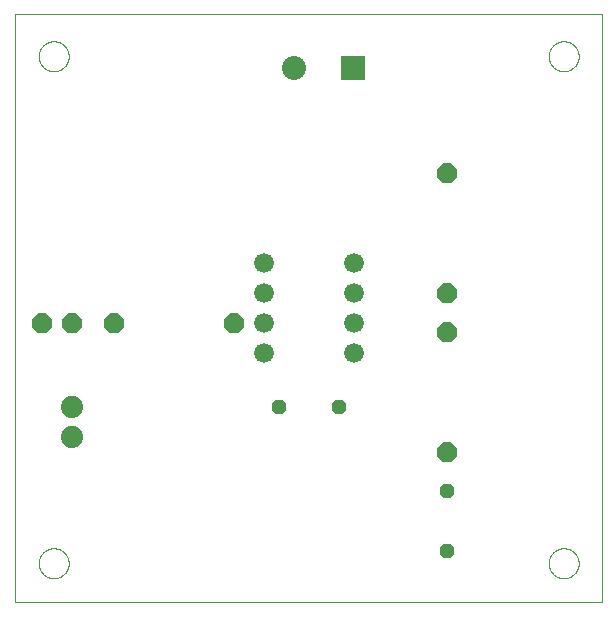
<source format=gbl>
G75*
%MOIN*%
%OFA0B0*%
%FSLAX25Y25*%
%IPPOS*%
%LPD*%
%AMOC8*
5,1,8,0,0,1.08239X$1,22.5*
%
%ADD10C,0.00000*%
%ADD11OC8,0.04800*%
%ADD12C,0.06600*%
%ADD13OC8,0.06600*%
%ADD14C,0.07400*%
%ADD15R,0.08000X0.08000*%
%ADD16C,0.08000*%
D10*
X0003000Y0021359D02*
X0003000Y0217319D01*
X0198701Y0217319D01*
X0198701Y0021359D01*
X0003000Y0021359D01*
X0011000Y0034359D02*
X0011002Y0034500D01*
X0011008Y0034641D01*
X0011018Y0034781D01*
X0011032Y0034921D01*
X0011050Y0035061D01*
X0011071Y0035200D01*
X0011097Y0035339D01*
X0011126Y0035477D01*
X0011160Y0035613D01*
X0011197Y0035749D01*
X0011238Y0035884D01*
X0011283Y0036018D01*
X0011332Y0036150D01*
X0011384Y0036281D01*
X0011440Y0036410D01*
X0011500Y0036537D01*
X0011563Y0036663D01*
X0011629Y0036787D01*
X0011700Y0036910D01*
X0011773Y0037030D01*
X0011850Y0037148D01*
X0011930Y0037264D01*
X0012014Y0037377D01*
X0012100Y0037488D01*
X0012190Y0037597D01*
X0012283Y0037703D01*
X0012378Y0037806D01*
X0012477Y0037907D01*
X0012578Y0038005D01*
X0012682Y0038100D01*
X0012789Y0038192D01*
X0012898Y0038281D01*
X0013010Y0038366D01*
X0013124Y0038449D01*
X0013240Y0038529D01*
X0013359Y0038605D01*
X0013480Y0038677D01*
X0013602Y0038747D01*
X0013727Y0038812D01*
X0013853Y0038875D01*
X0013981Y0038933D01*
X0014111Y0038988D01*
X0014242Y0039040D01*
X0014375Y0039087D01*
X0014509Y0039131D01*
X0014644Y0039172D01*
X0014780Y0039208D01*
X0014917Y0039240D01*
X0015055Y0039269D01*
X0015193Y0039294D01*
X0015333Y0039314D01*
X0015473Y0039331D01*
X0015613Y0039344D01*
X0015754Y0039353D01*
X0015894Y0039358D01*
X0016035Y0039359D01*
X0016176Y0039356D01*
X0016317Y0039349D01*
X0016457Y0039338D01*
X0016597Y0039323D01*
X0016737Y0039304D01*
X0016876Y0039282D01*
X0017014Y0039255D01*
X0017152Y0039225D01*
X0017288Y0039190D01*
X0017424Y0039152D01*
X0017558Y0039110D01*
X0017692Y0039064D01*
X0017824Y0039015D01*
X0017954Y0038961D01*
X0018083Y0038904D01*
X0018210Y0038844D01*
X0018336Y0038780D01*
X0018459Y0038712D01*
X0018581Y0038641D01*
X0018701Y0038567D01*
X0018818Y0038489D01*
X0018933Y0038408D01*
X0019046Y0038324D01*
X0019157Y0038237D01*
X0019265Y0038146D01*
X0019370Y0038053D01*
X0019473Y0037956D01*
X0019573Y0037857D01*
X0019670Y0037755D01*
X0019764Y0037650D01*
X0019855Y0037543D01*
X0019943Y0037433D01*
X0020028Y0037321D01*
X0020110Y0037206D01*
X0020189Y0037089D01*
X0020264Y0036970D01*
X0020336Y0036849D01*
X0020404Y0036726D01*
X0020469Y0036601D01*
X0020531Y0036474D01*
X0020588Y0036345D01*
X0020643Y0036215D01*
X0020693Y0036084D01*
X0020740Y0035951D01*
X0020783Y0035817D01*
X0020822Y0035681D01*
X0020857Y0035545D01*
X0020889Y0035408D01*
X0020916Y0035270D01*
X0020940Y0035131D01*
X0020960Y0034991D01*
X0020976Y0034851D01*
X0020988Y0034711D01*
X0020996Y0034570D01*
X0021000Y0034429D01*
X0021000Y0034289D01*
X0020996Y0034148D01*
X0020988Y0034007D01*
X0020976Y0033867D01*
X0020960Y0033727D01*
X0020940Y0033587D01*
X0020916Y0033448D01*
X0020889Y0033310D01*
X0020857Y0033173D01*
X0020822Y0033037D01*
X0020783Y0032901D01*
X0020740Y0032767D01*
X0020693Y0032634D01*
X0020643Y0032503D01*
X0020588Y0032373D01*
X0020531Y0032244D01*
X0020469Y0032117D01*
X0020404Y0031992D01*
X0020336Y0031869D01*
X0020264Y0031748D01*
X0020189Y0031629D01*
X0020110Y0031512D01*
X0020028Y0031397D01*
X0019943Y0031285D01*
X0019855Y0031175D01*
X0019764Y0031068D01*
X0019670Y0030963D01*
X0019573Y0030861D01*
X0019473Y0030762D01*
X0019370Y0030665D01*
X0019265Y0030572D01*
X0019157Y0030481D01*
X0019046Y0030394D01*
X0018933Y0030310D01*
X0018818Y0030229D01*
X0018701Y0030151D01*
X0018581Y0030077D01*
X0018459Y0030006D01*
X0018336Y0029938D01*
X0018210Y0029874D01*
X0018083Y0029814D01*
X0017954Y0029757D01*
X0017824Y0029703D01*
X0017692Y0029654D01*
X0017558Y0029608D01*
X0017424Y0029566D01*
X0017288Y0029528D01*
X0017152Y0029493D01*
X0017014Y0029463D01*
X0016876Y0029436D01*
X0016737Y0029414D01*
X0016597Y0029395D01*
X0016457Y0029380D01*
X0016317Y0029369D01*
X0016176Y0029362D01*
X0016035Y0029359D01*
X0015894Y0029360D01*
X0015754Y0029365D01*
X0015613Y0029374D01*
X0015473Y0029387D01*
X0015333Y0029404D01*
X0015193Y0029424D01*
X0015055Y0029449D01*
X0014917Y0029478D01*
X0014780Y0029510D01*
X0014644Y0029546D01*
X0014509Y0029587D01*
X0014375Y0029631D01*
X0014242Y0029678D01*
X0014111Y0029730D01*
X0013981Y0029785D01*
X0013853Y0029843D01*
X0013727Y0029906D01*
X0013602Y0029971D01*
X0013480Y0030041D01*
X0013359Y0030113D01*
X0013240Y0030189D01*
X0013124Y0030269D01*
X0013010Y0030352D01*
X0012898Y0030437D01*
X0012789Y0030526D01*
X0012682Y0030618D01*
X0012578Y0030713D01*
X0012477Y0030811D01*
X0012378Y0030912D01*
X0012283Y0031015D01*
X0012190Y0031121D01*
X0012100Y0031230D01*
X0012014Y0031341D01*
X0011930Y0031454D01*
X0011850Y0031570D01*
X0011773Y0031688D01*
X0011700Y0031808D01*
X0011629Y0031931D01*
X0011563Y0032055D01*
X0011500Y0032181D01*
X0011440Y0032308D01*
X0011384Y0032437D01*
X0011332Y0032568D01*
X0011283Y0032700D01*
X0011238Y0032834D01*
X0011197Y0032969D01*
X0011160Y0033105D01*
X0011126Y0033241D01*
X0011097Y0033379D01*
X0011071Y0033518D01*
X0011050Y0033657D01*
X0011032Y0033797D01*
X0011018Y0033937D01*
X0011008Y0034077D01*
X0011002Y0034218D01*
X0011000Y0034359D01*
X0011000Y0203359D02*
X0011002Y0203500D01*
X0011008Y0203641D01*
X0011018Y0203781D01*
X0011032Y0203921D01*
X0011050Y0204061D01*
X0011071Y0204200D01*
X0011097Y0204339D01*
X0011126Y0204477D01*
X0011160Y0204613D01*
X0011197Y0204749D01*
X0011238Y0204884D01*
X0011283Y0205018D01*
X0011332Y0205150D01*
X0011384Y0205281D01*
X0011440Y0205410D01*
X0011500Y0205537D01*
X0011563Y0205663D01*
X0011629Y0205787D01*
X0011700Y0205910D01*
X0011773Y0206030D01*
X0011850Y0206148D01*
X0011930Y0206264D01*
X0012014Y0206377D01*
X0012100Y0206488D01*
X0012190Y0206597D01*
X0012283Y0206703D01*
X0012378Y0206806D01*
X0012477Y0206907D01*
X0012578Y0207005D01*
X0012682Y0207100D01*
X0012789Y0207192D01*
X0012898Y0207281D01*
X0013010Y0207366D01*
X0013124Y0207449D01*
X0013240Y0207529D01*
X0013359Y0207605D01*
X0013480Y0207677D01*
X0013602Y0207747D01*
X0013727Y0207812D01*
X0013853Y0207875D01*
X0013981Y0207933D01*
X0014111Y0207988D01*
X0014242Y0208040D01*
X0014375Y0208087D01*
X0014509Y0208131D01*
X0014644Y0208172D01*
X0014780Y0208208D01*
X0014917Y0208240D01*
X0015055Y0208269D01*
X0015193Y0208294D01*
X0015333Y0208314D01*
X0015473Y0208331D01*
X0015613Y0208344D01*
X0015754Y0208353D01*
X0015894Y0208358D01*
X0016035Y0208359D01*
X0016176Y0208356D01*
X0016317Y0208349D01*
X0016457Y0208338D01*
X0016597Y0208323D01*
X0016737Y0208304D01*
X0016876Y0208282D01*
X0017014Y0208255D01*
X0017152Y0208225D01*
X0017288Y0208190D01*
X0017424Y0208152D01*
X0017558Y0208110D01*
X0017692Y0208064D01*
X0017824Y0208015D01*
X0017954Y0207961D01*
X0018083Y0207904D01*
X0018210Y0207844D01*
X0018336Y0207780D01*
X0018459Y0207712D01*
X0018581Y0207641D01*
X0018701Y0207567D01*
X0018818Y0207489D01*
X0018933Y0207408D01*
X0019046Y0207324D01*
X0019157Y0207237D01*
X0019265Y0207146D01*
X0019370Y0207053D01*
X0019473Y0206956D01*
X0019573Y0206857D01*
X0019670Y0206755D01*
X0019764Y0206650D01*
X0019855Y0206543D01*
X0019943Y0206433D01*
X0020028Y0206321D01*
X0020110Y0206206D01*
X0020189Y0206089D01*
X0020264Y0205970D01*
X0020336Y0205849D01*
X0020404Y0205726D01*
X0020469Y0205601D01*
X0020531Y0205474D01*
X0020588Y0205345D01*
X0020643Y0205215D01*
X0020693Y0205084D01*
X0020740Y0204951D01*
X0020783Y0204817D01*
X0020822Y0204681D01*
X0020857Y0204545D01*
X0020889Y0204408D01*
X0020916Y0204270D01*
X0020940Y0204131D01*
X0020960Y0203991D01*
X0020976Y0203851D01*
X0020988Y0203711D01*
X0020996Y0203570D01*
X0021000Y0203429D01*
X0021000Y0203289D01*
X0020996Y0203148D01*
X0020988Y0203007D01*
X0020976Y0202867D01*
X0020960Y0202727D01*
X0020940Y0202587D01*
X0020916Y0202448D01*
X0020889Y0202310D01*
X0020857Y0202173D01*
X0020822Y0202037D01*
X0020783Y0201901D01*
X0020740Y0201767D01*
X0020693Y0201634D01*
X0020643Y0201503D01*
X0020588Y0201373D01*
X0020531Y0201244D01*
X0020469Y0201117D01*
X0020404Y0200992D01*
X0020336Y0200869D01*
X0020264Y0200748D01*
X0020189Y0200629D01*
X0020110Y0200512D01*
X0020028Y0200397D01*
X0019943Y0200285D01*
X0019855Y0200175D01*
X0019764Y0200068D01*
X0019670Y0199963D01*
X0019573Y0199861D01*
X0019473Y0199762D01*
X0019370Y0199665D01*
X0019265Y0199572D01*
X0019157Y0199481D01*
X0019046Y0199394D01*
X0018933Y0199310D01*
X0018818Y0199229D01*
X0018701Y0199151D01*
X0018581Y0199077D01*
X0018459Y0199006D01*
X0018336Y0198938D01*
X0018210Y0198874D01*
X0018083Y0198814D01*
X0017954Y0198757D01*
X0017824Y0198703D01*
X0017692Y0198654D01*
X0017558Y0198608D01*
X0017424Y0198566D01*
X0017288Y0198528D01*
X0017152Y0198493D01*
X0017014Y0198463D01*
X0016876Y0198436D01*
X0016737Y0198414D01*
X0016597Y0198395D01*
X0016457Y0198380D01*
X0016317Y0198369D01*
X0016176Y0198362D01*
X0016035Y0198359D01*
X0015894Y0198360D01*
X0015754Y0198365D01*
X0015613Y0198374D01*
X0015473Y0198387D01*
X0015333Y0198404D01*
X0015193Y0198424D01*
X0015055Y0198449D01*
X0014917Y0198478D01*
X0014780Y0198510D01*
X0014644Y0198546D01*
X0014509Y0198587D01*
X0014375Y0198631D01*
X0014242Y0198678D01*
X0014111Y0198730D01*
X0013981Y0198785D01*
X0013853Y0198843D01*
X0013727Y0198906D01*
X0013602Y0198971D01*
X0013480Y0199041D01*
X0013359Y0199113D01*
X0013240Y0199189D01*
X0013124Y0199269D01*
X0013010Y0199352D01*
X0012898Y0199437D01*
X0012789Y0199526D01*
X0012682Y0199618D01*
X0012578Y0199713D01*
X0012477Y0199811D01*
X0012378Y0199912D01*
X0012283Y0200015D01*
X0012190Y0200121D01*
X0012100Y0200230D01*
X0012014Y0200341D01*
X0011930Y0200454D01*
X0011850Y0200570D01*
X0011773Y0200688D01*
X0011700Y0200808D01*
X0011629Y0200931D01*
X0011563Y0201055D01*
X0011500Y0201181D01*
X0011440Y0201308D01*
X0011384Y0201437D01*
X0011332Y0201568D01*
X0011283Y0201700D01*
X0011238Y0201834D01*
X0011197Y0201969D01*
X0011160Y0202105D01*
X0011126Y0202241D01*
X0011097Y0202379D01*
X0011071Y0202518D01*
X0011050Y0202657D01*
X0011032Y0202797D01*
X0011018Y0202937D01*
X0011008Y0203077D01*
X0011002Y0203218D01*
X0011000Y0203359D01*
X0181000Y0203359D02*
X0181002Y0203500D01*
X0181008Y0203641D01*
X0181018Y0203781D01*
X0181032Y0203921D01*
X0181050Y0204061D01*
X0181071Y0204200D01*
X0181097Y0204339D01*
X0181126Y0204477D01*
X0181160Y0204613D01*
X0181197Y0204749D01*
X0181238Y0204884D01*
X0181283Y0205018D01*
X0181332Y0205150D01*
X0181384Y0205281D01*
X0181440Y0205410D01*
X0181500Y0205537D01*
X0181563Y0205663D01*
X0181629Y0205787D01*
X0181700Y0205910D01*
X0181773Y0206030D01*
X0181850Y0206148D01*
X0181930Y0206264D01*
X0182014Y0206377D01*
X0182100Y0206488D01*
X0182190Y0206597D01*
X0182283Y0206703D01*
X0182378Y0206806D01*
X0182477Y0206907D01*
X0182578Y0207005D01*
X0182682Y0207100D01*
X0182789Y0207192D01*
X0182898Y0207281D01*
X0183010Y0207366D01*
X0183124Y0207449D01*
X0183240Y0207529D01*
X0183359Y0207605D01*
X0183480Y0207677D01*
X0183602Y0207747D01*
X0183727Y0207812D01*
X0183853Y0207875D01*
X0183981Y0207933D01*
X0184111Y0207988D01*
X0184242Y0208040D01*
X0184375Y0208087D01*
X0184509Y0208131D01*
X0184644Y0208172D01*
X0184780Y0208208D01*
X0184917Y0208240D01*
X0185055Y0208269D01*
X0185193Y0208294D01*
X0185333Y0208314D01*
X0185473Y0208331D01*
X0185613Y0208344D01*
X0185754Y0208353D01*
X0185894Y0208358D01*
X0186035Y0208359D01*
X0186176Y0208356D01*
X0186317Y0208349D01*
X0186457Y0208338D01*
X0186597Y0208323D01*
X0186737Y0208304D01*
X0186876Y0208282D01*
X0187014Y0208255D01*
X0187152Y0208225D01*
X0187288Y0208190D01*
X0187424Y0208152D01*
X0187558Y0208110D01*
X0187692Y0208064D01*
X0187824Y0208015D01*
X0187954Y0207961D01*
X0188083Y0207904D01*
X0188210Y0207844D01*
X0188336Y0207780D01*
X0188459Y0207712D01*
X0188581Y0207641D01*
X0188701Y0207567D01*
X0188818Y0207489D01*
X0188933Y0207408D01*
X0189046Y0207324D01*
X0189157Y0207237D01*
X0189265Y0207146D01*
X0189370Y0207053D01*
X0189473Y0206956D01*
X0189573Y0206857D01*
X0189670Y0206755D01*
X0189764Y0206650D01*
X0189855Y0206543D01*
X0189943Y0206433D01*
X0190028Y0206321D01*
X0190110Y0206206D01*
X0190189Y0206089D01*
X0190264Y0205970D01*
X0190336Y0205849D01*
X0190404Y0205726D01*
X0190469Y0205601D01*
X0190531Y0205474D01*
X0190588Y0205345D01*
X0190643Y0205215D01*
X0190693Y0205084D01*
X0190740Y0204951D01*
X0190783Y0204817D01*
X0190822Y0204681D01*
X0190857Y0204545D01*
X0190889Y0204408D01*
X0190916Y0204270D01*
X0190940Y0204131D01*
X0190960Y0203991D01*
X0190976Y0203851D01*
X0190988Y0203711D01*
X0190996Y0203570D01*
X0191000Y0203429D01*
X0191000Y0203289D01*
X0190996Y0203148D01*
X0190988Y0203007D01*
X0190976Y0202867D01*
X0190960Y0202727D01*
X0190940Y0202587D01*
X0190916Y0202448D01*
X0190889Y0202310D01*
X0190857Y0202173D01*
X0190822Y0202037D01*
X0190783Y0201901D01*
X0190740Y0201767D01*
X0190693Y0201634D01*
X0190643Y0201503D01*
X0190588Y0201373D01*
X0190531Y0201244D01*
X0190469Y0201117D01*
X0190404Y0200992D01*
X0190336Y0200869D01*
X0190264Y0200748D01*
X0190189Y0200629D01*
X0190110Y0200512D01*
X0190028Y0200397D01*
X0189943Y0200285D01*
X0189855Y0200175D01*
X0189764Y0200068D01*
X0189670Y0199963D01*
X0189573Y0199861D01*
X0189473Y0199762D01*
X0189370Y0199665D01*
X0189265Y0199572D01*
X0189157Y0199481D01*
X0189046Y0199394D01*
X0188933Y0199310D01*
X0188818Y0199229D01*
X0188701Y0199151D01*
X0188581Y0199077D01*
X0188459Y0199006D01*
X0188336Y0198938D01*
X0188210Y0198874D01*
X0188083Y0198814D01*
X0187954Y0198757D01*
X0187824Y0198703D01*
X0187692Y0198654D01*
X0187558Y0198608D01*
X0187424Y0198566D01*
X0187288Y0198528D01*
X0187152Y0198493D01*
X0187014Y0198463D01*
X0186876Y0198436D01*
X0186737Y0198414D01*
X0186597Y0198395D01*
X0186457Y0198380D01*
X0186317Y0198369D01*
X0186176Y0198362D01*
X0186035Y0198359D01*
X0185894Y0198360D01*
X0185754Y0198365D01*
X0185613Y0198374D01*
X0185473Y0198387D01*
X0185333Y0198404D01*
X0185193Y0198424D01*
X0185055Y0198449D01*
X0184917Y0198478D01*
X0184780Y0198510D01*
X0184644Y0198546D01*
X0184509Y0198587D01*
X0184375Y0198631D01*
X0184242Y0198678D01*
X0184111Y0198730D01*
X0183981Y0198785D01*
X0183853Y0198843D01*
X0183727Y0198906D01*
X0183602Y0198971D01*
X0183480Y0199041D01*
X0183359Y0199113D01*
X0183240Y0199189D01*
X0183124Y0199269D01*
X0183010Y0199352D01*
X0182898Y0199437D01*
X0182789Y0199526D01*
X0182682Y0199618D01*
X0182578Y0199713D01*
X0182477Y0199811D01*
X0182378Y0199912D01*
X0182283Y0200015D01*
X0182190Y0200121D01*
X0182100Y0200230D01*
X0182014Y0200341D01*
X0181930Y0200454D01*
X0181850Y0200570D01*
X0181773Y0200688D01*
X0181700Y0200808D01*
X0181629Y0200931D01*
X0181563Y0201055D01*
X0181500Y0201181D01*
X0181440Y0201308D01*
X0181384Y0201437D01*
X0181332Y0201568D01*
X0181283Y0201700D01*
X0181238Y0201834D01*
X0181197Y0201969D01*
X0181160Y0202105D01*
X0181126Y0202241D01*
X0181097Y0202379D01*
X0181071Y0202518D01*
X0181050Y0202657D01*
X0181032Y0202797D01*
X0181018Y0202937D01*
X0181008Y0203077D01*
X0181002Y0203218D01*
X0181000Y0203359D01*
X0181000Y0034359D02*
X0181002Y0034500D01*
X0181008Y0034641D01*
X0181018Y0034781D01*
X0181032Y0034921D01*
X0181050Y0035061D01*
X0181071Y0035200D01*
X0181097Y0035339D01*
X0181126Y0035477D01*
X0181160Y0035613D01*
X0181197Y0035749D01*
X0181238Y0035884D01*
X0181283Y0036018D01*
X0181332Y0036150D01*
X0181384Y0036281D01*
X0181440Y0036410D01*
X0181500Y0036537D01*
X0181563Y0036663D01*
X0181629Y0036787D01*
X0181700Y0036910D01*
X0181773Y0037030D01*
X0181850Y0037148D01*
X0181930Y0037264D01*
X0182014Y0037377D01*
X0182100Y0037488D01*
X0182190Y0037597D01*
X0182283Y0037703D01*
X0182378Y0037806D01*
X0182477Y0037907D01*
X0182578Y0038005D01*
X0182682Y0038100D01*
X0182789Y0038192D01*
X0182898Y0038281D01*
X0183010Y0038366D01*
X0183124Y0038449D01*
X0183240Y0038529D01*
X0183359Y0038605D01*
X0183480Y0038677D01*
X0183602Y0038747D01*
X0183727Y0038812D01*
X0183853Y0038875D01*
X0183981Y0038933D01*
X0184111Y0038988D01*
X0184242Y0039040D01*
X0184375Y0039087D01*
X0184509Y0039131D01*
X0184644Y0039172D01*
X0184780Y0039208D01*
X0184917Y0039240D01*
X0185055Y0039269D01*
X0185193Y0039294D01*
X0185333Y0039314D01*
X0185473Y0039331D01*
X0185613Y0039344D01*
X0185754Y0039353D01*
X0185894Y0039358D01*
X0186035Y0039359D01*
X0186176Y0039356D01*
X0186317Y0039349D01*
X0186457Y0039338D01*
X0186597Y0039323D01*
X0186737Y0039304D01*
X0186876Y0039282D01*
X0187014Y0039255D01*
X0187152Y0039225D01*
X0187288Y0039190D01*
X0187424Y0039152D01*
X0187558Y0039110D01*
X0187692Y0039064D01*
X0187824Y0039015D01*
X0187954Y0038961D01*
X0188083Y0038904D01*
X0188210Y0038844D01*
X0188336Y0038780D01*
X0188459Y0038712D01*
X0188581Y0038641D01*
X0188701Y0038567D01*
X0188818Y0038489D01*
X0188933Y0038408D01*
X0189046Y0038324D01*
X0189157Y0038237D01*
X0189265Y0038146D01*
X0189370Y0038053D01*
X0189473Y0037956D01*
X0189573Y0037857D01*
X0189670Y0037755D01*
X0189764Y0037650D01*
X0189855Y0037543D01*
X0189943Y0037433D01*
X0190028Y0037321D01*
X0190110Y0037206D01*
X0190189Y0037089D01*
X0190264Y0036970D01*
X0190336Y0036849D01*
X0190404Y0036726D01*
X0190469Y0036601D01*
X0190531Y0036474D01*
X0190588Y0036345D01*
X0190643Y0036215D01*
X0190693Y0036084D01*
X0190740Y0035951D01*
X0190783Y0035817D01*
X0190822Y0035681D01*
X0190857Y0035545D01*
X0190889Y0035408D01*
X0190916Y0035270D01*
X0190940Y0035131D01*
X0190960Y0034991D01*
X0190976Y0034851D01*
X0190988Y0034711D01*
X0190996Y0034570D01*
X0191000Y0034429D01*
X0191000Y0034289D01*
X0190996Y0034148D01*
X0190988Y0034007D01*
X0190976Y0033867D01*
X0190960Y0033727D01*
X0190940Y0033587D01*
X0190916Y0033448D01*
X0190889Y0033310D01*
X0190857Y0033173D01*
X0190822Y0033037D01*
X0190783Y0032901D01*
X0190740Y0032767D01*
X0190693Y0032634D01*
X0190643Y0032503D01*
X0190588Y0032373D01*
X0190531Y0032244D01*
X0190469Y0032117D01*
X0190404Y0031992D01*
X0190336Y0031869D01*
X0190264Y0031748D01*
X0190189Y0031629D01*
X0190110Y0031512D01*
X0190028Y0031397D01*
X0189943Y0031285D01*
X0189855Y0031175D01*
X0189764Y0031068D01*
X0189670Y0030963D01*
X0189573Y0030861D01*
X0189473Y0030762D01*
X0189370Y0030665D01*
X0189265Y0030572D01*
X0189157Y0030481D01*
X0189046Y0030394D01*
X0188933Y0030310D01*
X0188818Y0030229D01*
X0188701Y0030151D01*
X0188581Y0030077D01*
X0188459Y0030006D01*
X0188336Y0029938D01*
X0188210Y0029874D01*
X0188083Y0029814D01*
X0187954Y0029757D01*
X0187824Y0029703D01*
X0187692Y0029654D01*
X0187558Y0029608D01*
X0187424Y0029566D01*
X0187288Y0029528D01*
X0187152Y0029493D01*
X0187014Y0029463D01*
X0186876Y0029436D01*
X0186737Y0029414D01*
X0186597Y0029395D01*
X0186457Y0029380D01*
X0186317Y0029369D01*
X0186176Y0029362D01*
X0186035Y0029359D01*
X0185894Y0029360D01*
X0185754Y0029365D01*
X0185613Y0029374D01*
X0185473Y0029387D01*
X0185333Y0029404D01*
X0185193Y0029424D01*
X0185055Y0029449D01*
X0184917Y0029478D01*
X0184780Y0029510D01*
X0184644Y0029546D01*
X0184509Y0029587D01*
X0184375Y0029631D01*
X0184242Y0029678D01*
X0184111Y0029730D01*
X0183981Y0029785D01*
X0183853Y0029843D01*
X0183727Y0029906D01*
X0183602Y0029971D01*
X0183480Y0030041D01*
X0183359Y0030113D01*
X0183240Y0030189D01*
X0183124Y0030269D01*
X0183010Y0030352D01*
X0182898Y0030437D01*
X0182789Y0030526D01*
X0182682Y0030618D01*
X0182578Y0030713D01*
X0182477Y0030811D01*
X0182378Y0030912D01*
X0182283Y0031015D01*
X0182190Y0031121D01*
X0182100Y0031230D01*
X0182014Y0031341D01*
X0181930Y0031454D01*
X0181850Y0031570D01*
X0181773Y0031688D01*
X0181700Y0031808D01*
X0181629Y0031931D01*
X0181563Y0032055D01*
X0181500Y0032181D01*
X0181440Y0032308D01*
X0181384Y0032437D01*
X0181332Y0032568D01*
X0181283Y0032700D01*
X0181238Y0032834D01*
X0181197Y0032969D01*
X0181160Y0033105D01*
X0181126Y0033241D01*
X0181097Y0033379D01*
X0181071Y0033518D01*
X0181050Y0033657D01*
X0181032Y0033797D01*
X0181018Y0033937D01*
X0181008Y0034077D01*
X0181002Y0034218D01*
X0181000Y0034359D01*
D11*
X0147000Y0038359D03*
X0147000Y0058359D03*
X0111000Y0086359D03*
X0091000Y0086359D03*
D12*
X0086000Y0104359D03*
X0086000Y0114359D03*
X0086000Y0124359D03*
X0086000Y0134359D03*
X0116000Y0134359D03*
X0116000Y0124359D03*
X0116000Y0114359D03*
X0116000Y0104359D03*
D13*
X0147000Y0111359D03*
X0147000Y0124359D03*
X0147000Y0164359D03*
X0076000Y0114359D03*
X0036000Y0114359D03*
X0022000Y0114359D03*
X0012000Y0114359D03*
X0147000Y0071359D03*
D14*
X0022000Y0076359D03*
X0022000Y0086359D03*
D15*
X0115843Y0199359D03*
D16*
X0096157Y0199359D03*
M02*

</source>
